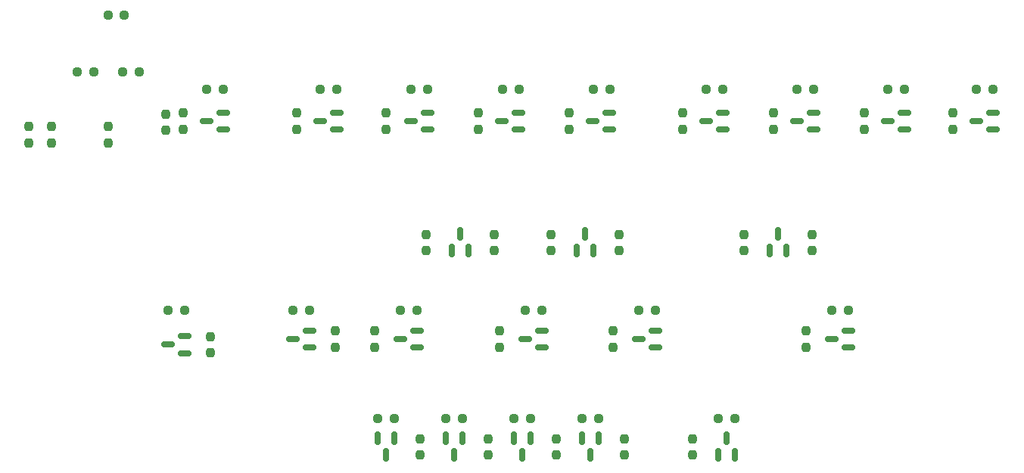
<source format=gbr>
%TF.GenerationSoftware,KiCad,Pcbnew,(6.0.5)*%
%TF.CreationDate,2023-01-12T09:35:21-05:00*%
%TF.ProjectId,breakout,62726561-6b6f-4757-942e-6b696361645f,rev?*%
%TF.SameCoordinates,Original*%
%TF.FileFunction,Paste,Bot*%
%TF.FilePolarity,Positive*%
%FSLAX46Y46*%
G04 Gerber Fmt 4.6, Leading zero omitted, Abs format (unit mm)*
G04 Created by KiCad (PCBNEW (6.0.5)) date 2023-01-12 09:35:21*
%MOMM*%
%LPD*%
G01*
G04 APERTURE LIST*
G04 Aperture macros list*
%AMRoundRect*
0 Rectangle with rounded corners*
0 $1 Rounding radius*
0 $2 $3 $4 $5 $6 $7 $8 $9 X,Y pos of 4 corners*
0 Add a 4 corners polygon primitive as box body*
4,1,4,$2,$3,$4,$5,$6,$7,$8,$9,$2,$3,0*
0 Add four circle primitives for the rounded corners*
1,1,$1+$1,$2,$3*
1,1,$1+$1,$4,$5*
1,1,$1+$1,$6,$7*
1,1,$1+$1,$8,$9*
0 Add four rect primitives between the rounded corners*
20,1,$1+$1,$2,$3,$4,$5,0*
20,1,$1+$1,$4,$5,$6,$7,0*
20,1,$1+$1,$6,$7,$8,$9,0*
20,1,$1+$1,$8,$9,$2,$3,0*%
G04 Aperture macros list end*
%ADD10RoundRect,0.237500X-0.250000X-0.237500X0.250000X-0.237500X0.250000X0.237500X-0.250000X0.237500X0*%
%ADD11RoundRect,0.237500X0.237500X-0.250000X0.237500X0.250000X-0.237500X0.250000X-0.237500X-0.250000X0*%
%ADD12RoundRect,0.237500X0.250000X0.237500X-0.250000X0.237500X-0.250000X-0.237500X0.250000X-0.237500X0*%
%ADD13RoundRect,0.237500X-0.237500X0.250000X-0.237500X-0.250000X0.237500X-0.250000X0.237500X0.250000X0*%
%ADD14RoundRect,0.150000X-0.150000X0.587500X-0.150000X-0.587500X0.150000X-0.587500X0.150000X0.587500X0*%
%ADD15RoundRect,0.150000X0.150000X-0.587500X0.150000X0.587500X-0.150000X0.587500X-0.150000X-0.587500X0*%
%ADD16RoundRect,0.150000X0.587500X0.150000X-0.587500X0.150000X-0.587500X-0.150000X0.587500X-0.150000X0*%
G04 APERTURE END LIST*
D10*
%TO.C,R35*%
X141835500Y-71120000D03*
X143660500Y-71120000D03*
%TD*%
D11*
%TO.C,R2*%
X109855000Y-112037500D03*
X109855000Y-110212500D03*
%TD*%
D12*
%TO.C,R1*%
X106957500Y-107950000D03*
X105132500Y-107950000D03*
%TD*%
D13*
%TO.C,R13*%
X140335000Y-112037500D03*
X140335000Y-110212500D03*
%TD*%
D12*
%TO.C,R8*%
X129817500Y-107950000D03*
X127992500Y-107950000D03*
%TD*%
D14*
%TO.C,Q5*%
X127955000Y-110187500D03*
X129855000Y-110187500D03*
X128905000Y-112062500D03*
%TD*%
D10*
%TO.C,R28*%
X134342500Y-95885000D03*
X136167500Y-95885000D03*
%TD*%
%TO.C,R52*%
X172061500Y-71120000D03*
X173886500Y-71120000D03*
%TD*%
D13*
%TO.C,R25*%
X106045000Y-73763500D03*
X106045000Y-75588500D03*
%TD*%
D14*
%TO.C,Q2*%
X112715000Y-110187500D03*
X114615000Y-110187500D03*
X113665000Y-112062500D03*
%TD*%
D13*
%TO.C,R42*%
X146050000Y-87352500D03*
X146050000Y-89177500D03*
%TD*%
D11*
%TO.C,R48*%
X66045000Y-77112500D03*
X66045000Y-75287500D03*
%TD*%
%TO.C,R49*%
X68585000Y-77112500D03*
X68585000Y-75287500D03*
%TD*%
D15*
%TO.C,Q21*%
X149860000Y-87327500D03*
X148910000Y-89202500D03*
X150810000Y-89202500D03*
%TD*%
D11*
%TO.C,R32*%
X132080000Y-87352500D03*
X132080000Y-89177500D03*
%TD*%
D16*
%TO.C,Q12*%
X110665500Y-73726000D03*
X110665500Y-75626000D03*
X108790500Y-74676000D03*
%TD*%
D13*
%TO.C,R41*%
X159512000Y-73763500D03*
X159512000Y-75588500D03*
%TD*%
D16*
%TO.C,Q16*%
X130985500Y-73726000D03*
X130985500Y-75626000D03*
X129110500Y-74676000D03*
%TD*%
D11*
%TO.C,R6*%
X125095000Y-112037500D03*
X125095000Y-110212500D03*
%TD*%
D12*
%TO.C,R5*%
X122197500Y-107950000D03*
X120372500Y-107950000D03*
%TD*%
D11*
%TO.C,R10*%
X132715000Y-110212500D03*
X132715000Y-112037500D03*
%TD*%
D14*
%TO.C,Q3*%
X120335000Y-110187500D03*
X122235000Y-110187500D03*
X121285000Y-112062500D03*
%TD*%
D16*
%TO.C,Q18*%
X143685500Y-73726000D03*
X143685500Y-75626000D03*
X141810500Y-74676000D03*
%TD*%
%TO.C,Q8*%
X87805500Y-73726000D03*
X87805500Y-75626000D03*
X85930500Y-74676000D03*
%TD*%
D10*
%TO.C,R19*%
X98655500Y-71120000D03*
X100480500Y-71120000D03*
%TD*%
%TO.C,R39*%
X162155500Y-71120000D03*
X163980500Y-71120000D03*
%TD*%
D11*
%TO.C,R22*%
X118745000Y-99972500D03*
X118745000Y-98147500D03*
%TD*%
D16*
%TO.C,Q10*%
X100505500Y-73726000D03*
X100505500Y-75626000D03*
X98630500Y-74676000D03*
%TD*%
D12*
%TO.C,R12*%
X97432500Y-95885000D03*
X95607500Y-95885000D03*
%TD*%
D10*
%TO.C,R11*%
X143232500Y-107950000D03*
X145057500Y-107950000D03*
%TD*%
%TO.C,R23*%
X108815500Y-71120000D03*
X110640500Y-71120000D03*
%TD*%
D15*
%TO.C,Q13*%
X115250000Y-89202500D03*
X113350000Y-89202500D03*
X114300000Y-87327500D03*
%TD*%
D16*
%TO.C,Q22*%
X153845500Y-73726000D03*
X153845500Y-75626000D03*
X151970500Y-74676000D03*
%TD*%
D12*
%TO.C,R3*%
X114577500Y-107950000D03*
X112752500Y-107950000D03*
%TD*%
D13*
%TO.C,R34*%
X124460000Y-87352500D03*
X124460000Y-89177500D03*
%TD*%
D12*
%TO.C,R45*%
X73302500Y-69215000D03*
X71477500Y-69215000D03*
%TD*%
D11*
%TO.C,R18*%
X104775000Y-99972500D03*
X104775000Y-98147500D03*
%TD*%
D16*
%TO.C,Q14*%
X120825500Y-73726000D03*
X120825500Y-75626000D03*
X118950500Y-74676000D03*
%TD*%
%TO.C,Q15*%
X136192500Y-98110000D03*
X136192500Y-100010000D03*
X134317500Y-99060000D03*
%TD*%
D11*
%TO.C,R24*%
X118110000Y-89177500D03*
X118110000Y-87352500D03*
%TD*%
%TO.C,R51*%
X81407000Y-75715500D03*
X81407000Y-73890500D03*
%TD*%
D10*
%TO.C,R15*%
X85955500Y-71120000D03*
X87780500Y-71120000D03*
%TD*%
%TO.C,R27*%
X119102500Y-71120000D03*
X120927500Y-71120000D03*
%TD*%
%TO.C,R43*%
X151995500Y-71120000D03*
X153820500Y-71120000D03*
%TD*%
D16*
%TO.C,Q4*%
X83487500Y-98745000D03*
X83487500Y-100645000D03*
X81612500Y-99695000D03*
%TD*%
D10*
%TO.C,R36*%
X155932500Y-95885000D03*
X157757500Y-95885000D03*
%TD*%
D11*
%TO.C,R38*%
X153035000Y-99972500D03*
X153035000Y-98147500D03*
%TD*%
D10*
%TO.C,R47*%
X78382500Y-69215000D03*
X76557500Y-69215000D03*
%TD*%
D13*
%TO.C,R53*%
X169418000Y-73763500D03*
X169418000Y-75588500D03*
%TD*%
D12*
%TO.C,R7*%
X83462500Y-95885000D03*
X81637500Y-95885000D03*
%TD*%
D15*
%TO.C,Q17*%
X128270000Y-87327500D03*
X127320000Y-89202500D03*
X129220000Y-89202500D03*
%TD*%
D16*
%TO.C,Q11*%
X123492500Y-98110000D03*
X123492500Y-100010000D03*
X121617500Y-99060000D03*
%TD*%
D10*
%TO.C,R20*%
X121642500Y-95885000D03*
X123467500Y-95885000D03*
%TD*%
D11*
%TO.C,R50*%
X74935000Y-77112500D03*
X74935000Y-75287500D03*
%TD*%
D13*
%TO.C,R44*%
X149352000Y-73763500D03*
X149352000Y-75588500D03*
%TD*%
D16*
%TO.C,Q23*%
X173911500Y-73726000D03*
X173911500Y-75626000D03*
X172036500Y-74676000D03*
%TD*%
D14*
%TO.C,Q1*%
X106045000Y-112062500D03*
X106995000Y-110187500D03*
X105095000Y-110187500D03*
%TD*%
D16*
%TO.C,Q19*%
X157782500Y-98110000D03*
X157782500Y-100010000D03*
X155907500Y-99060000D03*
%TD*%
D10*
%TO.C,R16*%
X107672500Y-95885000D03*
X109497500Y-95885000D03*
%TD*%
D11*
%TO.C,R9*%
X86360000Y-100607500D03*
X86360000Y-98782500D03*
%TD*%
D16*
%TO.C,Q20*%
X164005500Y-73726000D03*
X164005500Y-75626000D03*
X162130500Y-74676000D03*
%TD*%
D12*
%TO.C,R46*%
X76755000Y-62865000D03*
X74930000Y-62865000D03*
%TD*%
D13*
%TO.C,R26*%
X110490000Y-87352500D03*
X110490000Y-89177500D03*
%TD*%
D11*
%TO.C,R40*%
X153670000Y-89177500D03*
X153670000Y-87352500D03*
%TD*%
D13*
%TO.C,R33*%
X126492000Y-73763500D03*
X126492000Y-75588500D03*
%TD*%
D10*
%TO.C,R31*%
X129262500Y-71120000D03*
X131087500Y-71120000D03*
%TD*%
D15*
%TO.C,Q6*%
X145095000Y-112062500D03*
X143195000Y-112062500D03*
X144145000Y-110187500D03*
%TD*%
D11*
%TO.C,R4*%
X117475000Y-112037500D03*
X117475000Y-110212500D03*
%TD*%
D13*
%TO.C,R29*%
X116332000Y-73763500D03*
X116332000Y-75588500D03*
%TD*%
D16*
%TO.C,Q9*%
X109522500Y-98110000D03*
X109522500Y-100010000D03*
X107647500Y-99060000D03*
%TD*%
D11*
%TO.C,R14*%
X100330000Y-99972500D03*
X100330000Y-98147500D03*
%TD*%
D13*
%TO.C,R17*%
X83312000Y-73763500D03*
X83312000Y-75588500D03*
%TD*%
%TO.C,R37*%
X139192000Y-73763500D03*
X139192000Y-75588500D03*
%TD*%
D11*
%TO.C,R30*%
X131445000Y-99972500D03*
X131445000Y-98147500D03*
%TD*%
D13*
%TO.C,R21*%
X96012000Y-73763500D03*
X96012000Y-75588500D03*
%TD*%
D16*
%TO.C,Q7*%
X97457500Y-98110000D03*
X97457500Y-100010000D03*
X95582500Y-99060000D03*
%TD*%
M02*

</source>
